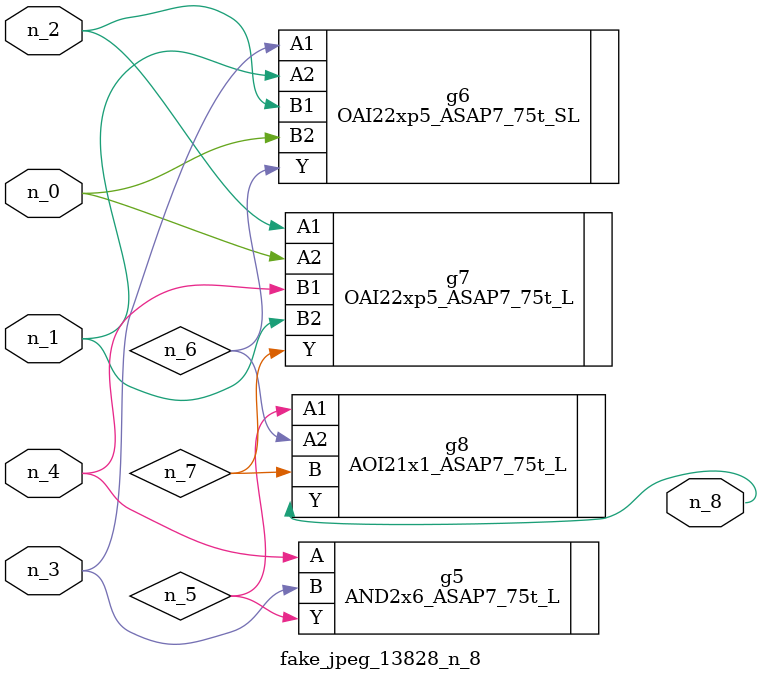
<source format=v>
module fake_jpeg_13828_n_8 (n_3, n_2, n_1, n_0, n_4, n_8);

input n_3;
input n_2;
input n_1;
input n_0;
input n_4;

output n_8;

wire n_6;
wire n_5;
wire n_7;

AND2x6_ASAP7_75t_L g5 ( 
.A(n_4),
.B(n_3),
.Y(n_5)
);

OAI22xp5_ASAP7_75t_SL g6 ( 
.A1(n_3),
.A2(n_1),
.B1(n_2),
.B2(n_0),
.Y(n_6)
);

OAI22xp5_ASAP7_75t_L g7 ( 
.A1(n_2),
.A2(n_0),
.B1(n_4),
.B2(n_1),
.Y(n_7)
);

AOI21x1_ASAP7_75t_L g8 ( 
.A1(n_5),
.A2(n_6),
.B(n_7),
.Y(n_8)
);


endmodule
</source>
